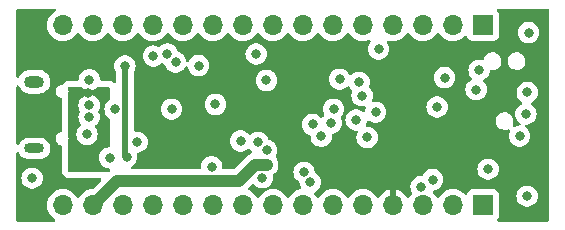
<source format=gbr>
%TF.GenerationSoftware,KiCad,Pcbnew,7.0.5-0*%
%TF.CreationDate,2023-06-05T20:56:04-04:00*%
%TF.ProjectId,mini_arduino_clone,6d696e69-5f61-4726-9475-696e6f5f636c,B*%
%TF.SameCoordinates,Original*%
%TF.FileFunction,Copper,L2,Inr*%
%TF.FilePolarity,Positive*%
%FSLAX46Y46*%
G04 Gerber Fmt 4.6, Leading zero omitted, Abs format (unit mm)*
G04 Created by KiCad (PCBNEW 7.0.5-0) date 2023-06-05 20:56:04*
%MOMM*%
%LPD*%
G01*
G04 APERTURE LIST*
%TA.AperFunction,ComponentPad*%
%ADD10O,1.700000X1.000000*%
%TD*%
%TA.AperFunction,ComponentPad*%
%ADD11O,1.700000X0.850000*%
%TD*%
%TA.AperFunction,ComponentPad*%
%ADD12R,1.700000X1.700000*%
%TD*%
%TA.AperFunction,ComponentPad*%
%ADD13O,1.700000X1.700000*%
%TD*%
%TA.AperFunction,ViaPad*%
%ADD14C,0.800000*%
%TD*%
%TA.AperFunction,Conductor*%
%ADD15C,1.000000*%
%TD*%
%TA.AperFunction,Conductor*%
%ADD16C,0.500000*%
%TD*%
G04 APERTURE END LIST*
D10*
%TO.N,unconnected-(J101-Shield-Pad6)*%
%TO.C,J101*%
X1515000Y11842000D03*
D11*
X1515000Y6192000D03*
%TD*%
D12*
%TO.N,/D5*%
%TO.C,J103*%
X39497000Y16627000D03*
D13*
%TO.N,/D6*%
X36957000Y16627000D03*
%TO.N,/D7*%
X34417000Y16627000D03*
%TO.N,/D8*%
X31877000Y16627000D03*
%TO.N,/D9*%
X29337000Y16627000D03*
%TO.N,/D10*%
X26797000Y16627000D03*
%TO.N,/D11{slash}MOSI*%
X24257000Y16627000D03*
%TO.N,/D12{slash}MISO*%
X21717000Y16627000D03*
%TO.N,/D4*%
X19177000Y16627000D03*
%TO.N,/D3*%
X16637000Y16627000D03*
%TO.N,/D2*%
X14097000Y16627000D03*
%TO.N,GND*%
X11557000Y16627000D03*
%TO.N,/~{RESET}*%
X9017000Y16627000D03*
%TO.N,/D0{slash}RX*%
X6477000Y16627000D03*
%TO.N,/D1{slash}TX*%
X3937000Y16627000D03*
%TD*%
D12*
%TO.N,/D13{slash}SCK*%
%TO.C,J104*%
X39497000Y1387000D03*
D13*
%TO.N,GND*%
X36957000Y1387000D03*
%TO.N,/~{RESET}*%
X34417000Y1387000D03*
%TO.N,+5V*%
X31877000Y1387000D03*
%TO.N,/A7*%
X29337000Y1387000D03*
%TO.N,/A6*%
X26797000Y1387000D03*
%TO.N,/A5{slash}SCL*%
X24257000Y1387000D03*
%TO.N,/A4{slash}~{SDA}*%
X21717000Y1387000D03*
%TO.N,/A3*%
X19177000Y1387000D03*
%TO.N,/A2*%
X16637000Y1387000D03*
%TO.N,/A1*%
X14097000Y1387000D03*
%TO.N,/A0*%
X11557000Y1387000D03*
%TO.N,GND*%
X9017000Y1387000D03*
%TO.N,+3V3*%
X6477000Y1387000D03*
%TO.N,VBUS*%
X3937000Y1387000D03*
%TD*%
D14*
%TO.N,GND*%
X20826150Y3719987D03*
X1324893Y3676487D03*
X7903493Y5403687D03*
X21162293Y11957387D03*
X16539493Y4641687D03*
X35614893Y9707987D03*
X20298693Y14192087D03*
X13135893Y9518487D03*
X29696693Y7118865D03*
X36249893Y12185487D03*
X10214893Y6724487D03*
X43234893Y2152487D03*
X43361893Y15995487D03*
X5973093Y7384887D03*
X35233893Y3549487D03*
X34268693Y2965287D03*
X39170893Y12820487D03*
X6165244Y12007687D03*
X39932893Y4438487D03*
%TO.N,VBUS*%
X6023893Y10915487D03*
X6023893Y5962487D03*
%TO.N,+5V*%
X30661893Y7994487D03*
X1324893Y17138487D03*
X25435125Y14451719D03*
X39297893Y9707987D03*
X18088893Y13836487D03*
X43615893Y4565487D03*
X13770893Y5962487D03*
X13770893Y5200487D03*
%TO.N,/~{RESET}*%
X8359593Y9518487D03*
X15421893Y13201487D03*
X42599893Y7232487D03*
X26666994Y8339403D03*
X11595954Y14010356D03*
%TO.N,+3V3*%
X21173993Y4819487D03*
%TO.N,/USB_UART/VBUS*%
X9325893Y5454487D03*
X9186493Y13176087D03*
%TO.N,/D_P*%
X6150893Y8853100D03*
X13481598Y13490782D03*
%TO.N,/D_N*%
X12790188Y14182192D03*
X6150893Y9830900D03*
%TO.N,/D12{slash}MISO*%
X43139143Y9106237D03*
X27359893Y12058487D03*
%TO.N,/D13{slash}SCK*%
X43248271Y10928865D03*
X30661893Y14598487D03*
%TO.N,/D11{slash}MOSI*%
X29264893Y10661487D03*
X38916893Y11169487D03*
%TO.N,/D2*%
X26851893Y9518487D03*
%TO.N,/D3*%
X28763473Y8606810D03*
%TO.N,/D4*%
X30407893Y9261987D03*
%TO.N,/D10*%
X29010893Y11804487D03*
%TO.N,/A7*%
X25073893Y8219709D03*
%TO.N,/A6*%
X25806813Y7220390D03*
%TO.N,/A1*%
X21173993Y6028513D03*
%TO.N,/A0*%
X20456621Y6724487D03*
%TO.N,/D0{slash}RX*%
X24350993Y4184487D03*
X16844293Y9924887D03*
%TO.N,/D1{slash}TX*%
X18977893Y6826087D03*
X24882710Y3332892D03*
%TD*%
D15*
%TO.N,+3V3*%
X21173993Y4819487D02*
X20216258Y4819487D01*
X20216258Y4819487D02*
X18819258Y3422487D01*
X8512487Y3422487D02*
X6477000Y1387000D01*
X18819258Y3422487D02*
X8512487Y3422487D01*
D16*
%TO.N,/USB_UART/VBUS*%
X9209593Y5570787D02*
X9325893Y5454487D01*
X9186493Y11893087D02*
X9209593Y11869987D01*
X9209593Y11869987D02*
X9209593Y5570787D01*
X9186493Y13176087D02*
X9186493Y11893087D01*
%TD*%
%TA.AperFunction,Conductor*%
%TO.N,+5V*%
G36*
X3266077Y18013815D02*
G01*
X3311832Y17961011D01*
X3321776Y17891853D01*
X3292751Y17828297D01*
X3263564Y17804199D01*
X3263605Y17804140D01*
X3262869Y17803625D01*
X3261037Y17802112D01*
X3259166Y17801032D01*
X3065597Y17665495D01*
X2898505Y17498403D01*
X2762965Y17304831D01*
X2762964Y17304829D01*
X2663098Y17090665D01*
X2663094Y17090656D01*
X2601938Y16862414D01*
X2601936Y16862404D01*
X2581341Y16627001D01*
X2581341Y16627000D01*
X2601936Y16391597D01*
X2601938Y16391587D01*
X2663094Y16163345D01*
X2663096Y16163341D01*
X2663097Y16163337D01*
X2667000Y16154968D01*
X2762965Y15949170D01*
X2762967Y15949166D01*
X2862352Y15807231D01*
X2898505Y15755599D01*
X3065599Y15588505D01*
X3162384Y15520735D01*
X3259165Y15452968D01*
X3259167Y15452967D01*
X3259170Y15452965D01*
X3473337Y15353097D01*
X3701592Y15291937D01*
X3878034Y15276500D01*
X3936999Y15271341D01*
X3937000Y15271341D01*
X3937001Y15271341D01*
X3995966Y15276500D01*
X4172408Y15291937D01*
X4400663Y15353097D01*
X4614830Y15452965D01*
X4808401Y15588505D01*
X4975495Y15755599D01*
X5105424Y15941158D01*
X5160002Y15984783D01*
X5229500Y15991977D01*
X5291855Y15960454D01*
X5308575Y15941158D01*
X5438500Y15755605D01*
X5438505Y15755599D01*
X5605599Y15588505D01*
X5702384Y15520735D01*
X5799165Y15452968D01*
X5799167Y15452967D01*
X5799170Y15452965D01*
X6013337Y15353097D01*
X6241592Y15291937D01*
X6418034Y15276500D01*
X6476999Y15271341D01*
X6477000Y15271341D01*
X6477001Y15271341D01*
X6535966Y15276500D01*
X6712408Y15291937D01*
X6940663Y15353097D01*
X7154830Y15452965D01*
X7348401Y15588505D01*
X7515495Y15755599D01*
X7645424Y15941158D01*
X7700002Y15984783D01*
X7769500Y15991977D01*
X7831855Y15960454D01*
X7848575Y15941158D01*
X7978500Y15755605D01*
X7978505Y15755599D01*
X8145599Y15588505D01*
X8242384Y15520735D01*
X8339165Y15452968D01*
X8339167Y15452967D01*
X8339170Y15452965D01*
X8553337Y15353097D01*
X8781592Y15291937D01*
X8958034Y15276500D01*
X9016999Y15271341D01*
X9017000Y15271341D01*
X9017001Y15271341D01*
X9075966Y15276500D01*
X9252408Y15291937D01*
X9480663Y15353097D01*
X9694830Y15452965D01*
X9888401Y15588505D01*
X10055495Y15755599D01*
X10185424Y15941158D01*
X10240002Y15984783D01*
X10309500Y15991977D01*
X10371855Y15960454D01*
X10388575Y15941158D01*
X10518500Y15755605D01*
X10518505Y15755599D01*
X10685599Y15588505D01*
X10782384Y15520735D01*
X10879165Y15452968D01*
X10879167Y15452967D01*
X10879170Y15452965D01*
X11093337Y15353097D01*
X11321592Y15291937D01*
X11498034Y15276500D01*
X11556999Y15271341D01*
X11557000Y15271341D01*
X11557001Y15271341D01*
X11615966Y15276500D01*
X11792408Y15291937D01*
X12020663Y15353097D01*
X12234830Y15452965D01*
X12428401Y15588505D01*
X12595495Y15755599D01*
X12725424Y15941158D01*
X12780002Y15984783D01*
X12849500Y15991977D01*
X12911855Y15960454D01*
X12928575Y15941158D01*
X13058500Y15755605D01*
X13058505Y15755599D01*
X13225599Y15588505D01*
X13322384Y15520735D01*
X13419165Y15452968D01*
X13419167Y15452967D01*
X13419170Y15452965D01*
X13633337Y15353097D01*
X13861592Y15291937D01*
X14038034Y15276500D01*
X14096999Y15271341D01*
X14097000Y15271341D01*
X14097001Y15271341D01*
X14155966Y15276500D01*
X14332408Y15291937D01*
X14560663Y15353097D01*
X14774830Y15452965D01*
X14968401Y15588505D01*
X15135495Y15755599D01*
X15265424Y15941158D01*
X15320002Y15984783D01*
X15389500Y15991977D01*
X15451855Y15960454D01*
X15468575Y15941158D01*
X15598500Y15755605D01*
X15598505Y15755599D01*
X15765599Y15588505D01*
X15862384Y15520735D01*
X15959165Y15452968D01*
X15959167Y15452967D01*
X15959170Y15452965D01*
X16173337Y15353097D01*
X16401592Y15291937D01*
X16578034Y15276500D01*
X16636999Y15271341D01*
X16637000Y15271341D01*
X16637001Y15271341D01*
X16695966Y15276500D01*
X16872408Y15291937D01*
X17100663Y15353097D01*
X17314830Y15452965D01*
X17508401Y15588505D01*
X17675495Y15755599D01*
X17805424Y15941158D01*
X17860002Y15984783D01*
X17929500Y15991977D01*
X17991855Y15960454D01*
X18008575Y15941158D01*
X18138500Y15755605D01*
X18138505Y15755599D01*
X18305599Y15588505D01*
X18402384Y15520735D01*
X18499165Y15452968D01*
X18499167Y15452967D01*
X18499170Y15452965D01*
X18713337Y15353097D01*
X18941592Y15291937D01*
X19118034Y15276500D01*
X19176999Y15271341D01*
X19177000Y15271341D01*
X19177001Y15271341D01*
X19235966Y15276500D01*
X19412408Y15291937D01*
X19640663Y15353097D01*
X19854830Y15452965D01*
X20048401Y15588505D01*
X20215495Y15755599D01*
X20345424Y15941158D01*
X20400002Y15984783D01*
X20469500Y15991977D01*
X20531855Y15960454D01*
X20548575Y15941158D01*
X20678500Y15755605D01*
X20678505Y15755599D01*
X20845599Y15588505D01*
X20942384Y15520736D01*
X21039165Y15452968D01*
X21039167Y15452967D01*
X21039170Y15452965D01*
X21253337Y15353097D01*
X21481592Y15291937D01*
X21658034Y15276500D01*
X21716999Y15271341D01*
X21717000Y15271341D01*
X21717001Y15271341D01*
X21775966Y15276500D01*
X21952408Y15291937D01*
X22180663Y15353097D01*
X22394830Y15452965D01*
X22588401Y15588505D01*
X22755495Y15755599D01*
X22885424Y15941158D01*
X22940002Y15984783D01*
X23009500Y15991977D01*
X23071855Y15960454D01*
X23088575Y15941158D01*
X23218500Y15755605D01*
X23218505Y15755599D01*
X23385599Y15588505D01*
X23482384Y15520736D01*
X23579165Y15452968D01*
X23579167Y15452967D01*
X23579170Y15452965D01*
X23793337Y15353097D01*
X24021592Y15291937D01*
X24198034Y15276500D01*
X24256999Y15271341D01*
X24257000Y15271341D01*
X24257001Y15271341D01*
X24315966Y15276500D01*
X24492408Y15291937D01*
X24720663Y15353097D01*
X24934830Y15452965D01*
X25128401Y15588505D01*
X25295495Y15755599D01*
X25425424Y15941158D01*
X25480002Y15984783D01*
X25549500Y15991977D01*
X25611855Y15960454D01*
X25628575Y15941158D01*
X25758500Y15755605D01*
X25758505Y15755599D01*
X25925599Y15588505D01*
X26022384Y15520736D01*
X26119165Y15452968D01*
X26119167Y15452967D01*
X26119170Y15452965D01*
X26333337Y15353097D01*
X26561592Y15291937D01*
X26738034Y15276500D01*
X26796999Y15271341D01*
X26797000Y15271341D01*
X26797001Y15271341D01*
X26855966Y15276500D01*
X27032408Y15291937D01*
X27260663Y15353097D01*
X27474830Y15452965D01*
X27668401Y15588505D01*
X27835495Y15755599D01*
X27965424Y15941158D01*
X28020002Y15984783D01*
X28089500Y15991977D01*
X28151855Y15960454D01*
X28168575Y15941158D01*
X28298500Y15755605D01*
X28298505Y15755599D01*
X28465599Y15588505D01*
X28562384Y15520736D01*
X28659165Y15452968D01*
X28659167Y15452967D01*
X28659170Y15452965D01*
X28873337Y15353097D01*
X29101592Y15291937D01*
X29278034Y15276500D01*
X29336999Y15271341D01*
X29337000Y15271341D01*
X29337001Y15271341D01*
X29395966Y15276500D01*
X29572408Y15291937D01*
X29800663Y15353097D01*
X29815294Y15359920D01*
X29884372Y15370413D01*
X29948156Y15341894D01*
X29986397Y15283418D01*
X29986952Y15213551D01*
X29959851Y15164567D01*
X29929359Y15130703D01*
X29834714Y14966772D01*
X29834711Y14966765D01*
X29778741Y14794505D01*
X29776219Y14786743D01*
X29756433Y14598487D01*
X29776219Y14410231D01*
X29776220Y14410228D01*
X29834711Y14230210D01*
X29834714Y14230203D01*
X29929360Y14066271D01*
X30056022Y13925600D01*
X30056022Y13925599D01*
X30209158Y13814339D01*
X30209163Y13814336D01*
X30382085Y13737345D01*
X30382090Y13737343D01*
X30567247Y13697987D01*
X30567248Y13697987D01*
X30756537Y13697987D01*
X30756539Y13697987D01*
X30941696Y13737343D01*
X31114623Y13814336D01*
X31267764Y13925599D01*
X31394426Y14066271D01*
X31489072Y14230203D01*
X31547567Y14410231D01*
X31567353Y14598487D01*
X31547567Y14786743D01*
X31489072Y14966771D01*
X31394426Y15130703D01*
X31391177Y15136331D01*
X31392465Y15137075D01*
X31371559Y15195661D01*
X31387381Y15263716D01*
X31437484Y15312413D01*
X31505962Y15326292D01*
X31527449Y15322521D01*
X31559496Y15313935D01*
X31641592Y15291937D01*
X31818034Y15276500D01*
X31876999Y15271341D01*
X31877000Y15271341D01*
X31877001Y15271341D01*
X31935966Y15276500D01*
X32112408Y15291937D01*
X32340663Y15353097D01*
X32554830Y15452965D01*
X32748401Y15588505D01*
X32915495Y15755599D01*
X33045424Y15941158D01*
X33100002Y15984783D01*
X33169500Y15991977D01*
X33231855Y15960454D01*
X33248575Y15941158D01*
X33378500Y15755605D01*
X33378505Y15755599D01*
X33545599Y15588505D01*
X33642384Y15520736D01*
X33739165Y15452968D01*
X33739167Y15452967D01*
X33739170Y15452965D01*
X33953337Y15353097D01*
X34181592Y15291937D01*
X34358034Y15276500D01*
X34416999Y15271341D01*
X34417000Y15271341D01*
X34417001Y15271341D01*
X34475966Y15276500D01*
X34652408Y15291937D01*
X34880663Y15353097D01*
X35094830Y15452965D01*
X35288401Y15588505D01*
X35455495Y15755599D01*
X35585424Y15941158D01*
X35640002Y15984783D01*
X35709500Y15991977D01*
X35771855Y15960454D01*
X35788575Y15941158D01*
X35918500Y15755605D01*
X35918505Y15755599D01*
X36085599Y15588505D01*
X36182384Y15520736D01*
X36279165Y15452968D01*
X36279167Y15452967D01*
X36279170Y15452965D01*
X36493337Y15353097D01*
X36721592Y15291937D01*
X36898034Y15276500D01*
X36956999Y15271341D01*
X36957000Y15271341D01*
X36957001Y15271341D01*
X37015966Y15276500D01*
X37192408Y15291937D01*
X37420663Y15353097D01*
X37634830Y15452965D01*
X37828401Y15588505D01*
X37950329Y15710434D01*
X38011648Y15743916D01*
X38081340Y15738932D01*
X38137274Y15697061D01*
X38154189Y15666083D01*
X38203202Y15534672D01*
X38203206Y15534665D01*
X38289452Y15419456D01*
X38289455Y15419453D01*
X38404664Y15333207D01*
X38404671Y15333203D01*
X38539517Y15282909D01*
X38539516Y15282909D01*
X38546444Y15282165D01*
X38599127Y15276500D01*
X40394872Y15276501D01*
X40454483Y15282909D01*
X40589331Y15333204D01*
X40704546Y15419454D01*
X40790796Y15534669D01*
X40841091Y15669517D01*
X40847500Y15729127D01*
X40847500Y15995487D01*
X42456433Y15995487D01*
X42476219Y15807231D01*
X42476220Y15807228D01*
X42534711Y15627210D01*
X42534714Y15627203D01*
X42629360Y15463271D01*
X42746473Y15333204D01*
X42756022Y15322599D01*
X42909158Y15211339D01*
X42909163Y15211336D01*
X43082085Y15134345D01*
X43082090Y15134343D01*
X43267247Y15094987D01*
X43267248Y15094987D01*
X43456537Y15094987D01*
X43456539Y15094987D01*
X43641696Y15134343D01*
X43814623Y15211336D01*
X43967764Y15322599D01*
X44094426Y15463271D01*
X44189072Y15627203D01*
X44247567Y15807231D01*
X44267353Y15995487D01*
X44247567Y16183743D01*
X44189072Y16363771D01*
X44094426Y16527703D01*
X43967764Y16668375D01*
X43967763Y16668376D01*
X43814627Y16779636D01*
X43814622Y16779639D01*
X43641700Y16856630D01*
X43641695Y16856632D01*
X43495894Y16887622D01*
X43456539Y16895987D01*
X43267247Y16895987D01*
X43234790Y16889089D01*
X43082090Y16856632D01*
X43082085Y16856630D01*
X42909163Y16779639D01*
X42909158Y16779636D01*
X42756022Y16668376D01*
X42629359Y16527702D01*
X42534714Y16363772D01*
X42534711Y16363765D01*
X42476220Y16183747D01*
X42476219Y16183743D01*
X42456433Y15995487D01*
X40847500Y15995487D01*
X40847499Y17524872D01*
X40841091Y17584483D01*
X40839810Y17587917D01*
X40790797Y17719329D01*
X40790793Y17719336D01*
X40704065Y17835189D01*
X40679647Y17900653D01*
X40694498Y17968926D01*
X40743903Y18018332D01*
X40803331Y18033500D01*
X44960500Y18033500D01*
X45027539Y18013815D01*
X45073294Y17961011D01*
X45084500Y17909500D01*
X45084500Y124500D01*
X45064815Y57461D01*
X45012011Y11706D01*
X44960500Y500D01*
X40818303Y500D01*
X40751264Y20185D01*
X40705509Y72989D01*
X40695565Y142147D01*
X40719037Y198811D01*
X40790793Y294665D01*
X40790792Y294665D01*
X40790796Y294669D01*
X40841091Y429517D01*
X40847500Y489127D01*
X40847499Y2152487D01*
X42329433Y2152487D01*
X42349219Y1964231D01*
X42349220Y1964228D01*
X42407711Y1784210D01*
X42407714Y1784203D01*
X42502360Y1620271D01*
X42523454Y1596844D01*
X42629022Y1479599D01*
X42782158Y1368339D01*
X42782163Y1368336D01*
X42955085Y1291345D01*
X42955090Y1291343D01*
X43140247Y1251987D01*
X43140248Y1251987D01*
X43329537Y1251987D01*
X43329539Y1251987D01*
X43514696Y1291343D01*
X43687623Y1368336D01*
X43840764Y1479599D01*
X43967426Y1620271D01*
X44062072Y1784203D01*
X44120567Y1964231D01*
X44140353Y2152487D01*
X44120567Y2340743D01*
X44062072Y2520771D01*
X43967426Y2684703D01*
X43840764Y2825375D01*
X43828228Y2834483D01*
X43687627Y2936636D01*
X43687622Y2936639D01*
X43514700Y3013630D01*
X43514695Y3013632D01*
X43357240Y3047099D01*
X43329539Y3052987D01*
X43140247Y3052987D01*
X43112546Y3047099D01*
X42955090Y3013632D01*
X42955085Y3013630D01*
X42782163Y2936639D01*
X42782158Y2936636D01*
X42629022Y2825376D01*
X42502359Y2684702D01*
X42407714Y2520772D01*
X42407711Y2520765D01*
X42350434Y2344483D01*
X42349219Y2340743D01*
X42329433Y2152487D01*
X40847499Y2152487D01*
X40847499Y2284872D01*
X40841091Y2344483D01*
X40839810Y2347917D01*
X40790797Y2479329D01*
X40790793Y2479336D01*
X40704547Y2594545D01*
X40704544Y2594548D01*
X40589335Y2680794D01*
X40589328Y2680798D01*
X40454482Y2731092D01*
X40454483Y2731092D01*
X40394883Y2737499D01*
X40394881Y2737500D01*
X40394873Y2737500D01*
X40394864Y2737500D01*
X38599129Y2737500D01*
X38599123Y2737499D01*
X38539516Y2731092D01*
X38404671Y2680798D01*
X38404664Y2680794D01*
X38289455Y2594548D01*
X38289452Y2594545D01*
X38203206Y2479336D01*
X38203203Y2479331D01*
X38154189Y2347917D01*
X38112317Y2291984D01*
X38046853Y2267567D01*
X37978580Y2282419D01*
X37950326Y2303570D01*
X37828402Y2425494D01*
X37828395Y2425499D01*
X37634834Y2561033D01*
X37634830Y2561035D01*
X37619289Y2568282D01*
X37420663Y2660903D01*
X37420659Y2660904D01*
X37420655Y2660906D01*
X37192413Y2722062D01*
X37192403Y2722064D01*
X36957001Y2742659D01*
X36956999Y2742659D01*
X36721596Y2722064D01*
X36721586Y2722062D01*
X36493344Y2660906D01*
X36493335Y2660902D01*
X36279171Y2561036D01*
X36279169Y2561035D01*
X36085597Y2425495D01*
X35918508Y2258406D01*
X35788574Y2072840D01*
X35733997Y2029216D01*
X35664498Y2022023D01*
X35602144Y2053545D01*
X35585429Y2072836D01*
X35455495Y2258401D01*
X35455493Y2258404D01*
X35288402Y2425494D01*
X35288398Y2425497D01*
X35286503Y2426824D01*
X35285863Y2427625D01*
X35284249Y2428979D01*
X35284521Y2429304D01*
X35242877Y2481401D01*
X35235683Y2550899D01*
X35267205Y2613254D01*
X35327434Y2648669D01*
X35331829Y2649687D01*
X35513696Y2688343D01*
X35686623Y2765336D01*
X35839764Y2876599D01*
X35966426Y3017271D01*
X36061072Y3181203D01*
X36119567Y3361231D01*
X36139353Y3549487D01*
X36119567Y3737743D01*
X36061072Y3917771D01*
X35966426Y4081703D01*
X35839764Y4222375D01*
X35839763Y4222376D01*
X35686627Y4333636D01*
X35686622Y4333639D01*
X35513700Y4410630D01*
X35513695Y4410632D01*
X35382643Y4438487D01*
X39027433Y4438487D01*
X39047219Y4250231D01*
X39047220Y4250228D01*
X39105711Y4070210D01*
X39105714Y4070203D01*
X39200360Y3906271D01*
X39327022Y3765600D01*
X39327022Y3765599D01*
X39480158Y3654339D01*
X39480163Y3654336D01*
X39653085Y3577345D01*
X39653090Y3577343D01*
X39838247Y3537987D01*
X39838248Y3537987D01*
X40027537Y3537987D01*
X40027539Y3537987D01*
X40212696Y3577343D01*
X40385623Y3654336D01*
X40538764Y3765599D01*
X40665426Y3906271D01*
X40760072Y4070203D01*
X40818567Y4250231D01*
X40838353Y4438487D01*
X40818567Y4626743D01*
X40760072Y4806771D01*
X40665426Y4970703D01*
X40538764Y5111375D01*
X40452703Y5173902D01*
X40385627Y5222636D01*
X40385622Y5222639D01*
X40212700Y5299630D01*
X40212695Y5299632D01*
X40066893Y5330622D01*
X40027539Y5338987D01*
X39838247Y5338987D01*
X39805790Y5332089D01*
X39653090Y5299632D01*
X39653085Y5299630D01*
X39480163Y5222639D01*
X39480158Y5222636D01*
X39327022Y5111376D01*
X39200359Y4970702D01*
X39105714Y4806772D01*
X39105711Y4806765D01*
X39050262Y4636108D01*
X39047219Y4626743D01*
X39037853Y4537631D01*
X39027613Y4440195D01*
X39027433Y4438487D01*
X35382643Y4438487D01*
X35362954Y4442672D01*
X35328539Y4449987D01*
X35139247Y4449987D01*
X35106790Y4443089D01*
X34954090Y4410632D01*
X34954085Y4410630D01*
X34781163Y4333639D01*
X34781158Y4333636D01*
X34628022Y4222376D01*
X34501359Y4081702D01*
X34412497Y3927787D01*
X34361930Y3879572D01*
X34305110Y3865787D01*
X34174047Y3865787D01*
X34149277Y3860522D01*
X33988890Y3826432D01*
X33988885Y3826430D01*
X33815963Y3749439D01*
X33815958Y3749436D01*
X33662822Y3638176D01*
X33536159Y3497502D01*
X33441514Y3333572D01*
X33441511Y3333565D01*
X33383020Y3153547D01*
X33383019Y3153543D01*
X33363233Y2965287D01*
X33383019Y2777031D01*
X33383020Y2777028D01*
X33441511Y2597010D01*
X33441514Y2597003D01*
X33485526Y2520771D01*
X33494813Y2504687D01*
X33511286Y2436787D01*
X33488433Y2370760D01*
X33475108Y2355007D01*
X33378508Y2258406D01*
X33248269Y2072405D01*
X33193692Y2028781D01*
X33124193Y2021588D01*
X33061839Y2053110D01*
X33045119Y2072406D01*
X32915113Y2258074D01*
X32915108Y2258080D01*
X32748082Y2425106D01*
X32554578Y2560601D01*
X32340492Y2660430D01*
X32340486Y2660433D01*
X32127000Y2717636D01*
X32127000Y1822502D01*
X32019315Y1871680D01*
X31912763Y1887000D01*
X31841237Y1887000D01*
X31734685Y1871680D01*
X31626999Y1822502D01*
X31627000Y2717636D01*
X31626999Y2717636D01*
X31413513Y2660433D01*
X31413507Y2660430D01*
X31199422Y2560601D01*
X31199420Y2560600D01*
X31005926Y2425114D01*
X31005920Y2425109D01*
X30838891Y2258080D01*
X30838890Y2258078D01*
X30708880Y2072405D01*
X30654303Y2028781D01*
X30584804Y2021588D01*
X30522450Y2053110D01*
X30505730Y2072406D01*
X30375494Y2258403D01*
X30208402Y2425494D01*
X30208395Y2425499D01*
X30014834Y2561033D01*
X30014830Y2561035D01*
X29999289Y2568282D01*
X29800663Y2660903D01*
X29800659Y2660904D01*
X29800655Y2660906D01*
X29572413Y2722062D01*
X29572403Y2722064D01*
X29337001Y2742659D01*
X29336999Y2742659D01*
X29101596Y2722064D01*
X29101586Y2722062D01*
X28873344Y2660906D01*
X28873335Y2660902D01*
X28659171Y2561036D01*
X28659169Y2561035D01*
X28465597Y2425495D01*
X28298505Y2258403D01*
X28168575Y2072842D01*
X28113998Y2029217D01*
X28044500Y2022023D01*
X27982145Y2053546D01*
X27965425Y2072842D01*
X27835494Y2258403D01*
X27668402Y2425494D01*
X27668395Y2425499D01*
X27474834Y2561033D01*
X27474830Y2561035D01*
X27459289Y2568282D01*
X27260663Y2660903D01*
X27260659Y2660904D01*
X27260655Y2660906D01*
X27032413Y2722062D01*
X27032403Y2722064D01*
X26797001Y2742659D01*
X26796999Y2742659D01*
X26561596Y2722064D01*
X26561586Y2722062D01*
X26333344Y2660906D01*
X26333335Y2660902D01*
X26119171Y2561036D01*
X26119169Y2561035D01*
X25925597Y2425495D01*
X25758508Y2258406D01*
X25628574Y2072840D01*
X25573997Y2029216D01*
X25504498Y2022023D01*
X25442144Y2053545D01*
X25425429Y2072836D01*
X25295495Y2258401D01*
X25234480Y2319416D01*
X25200997Y2380736D01*
X25205981Y2450428D01*
X25247852Y2506362D01*
X25271727Y2520374D01*
X25335440Y2548741D01*
X25488581Y2660004D01*
X25615243Y2800676D01*
X25709889Y2964608D01*
X25768384Y3144636D01*
X25788170Y3332892D01*
X25768384Y3521148D01*
X25709889Y3701176D01*
X25615243Y3865108D01*
X25488581Y4005780D01*
X25434914Y4044771D01*
X25335443Y4117041D01*
X25335442Y4117042D01*
X25335440Y4117043D01*
X25325410Y4121509D01*
X25272175Y4166760D01*
X25252528Y4221824D01*
X25236667Y4372743D01*
X25178172Y4552771D01*
X25083526Y4716703D01*
X24956864Y4857375D01*
X24938901Y4870426D01*
X24803727Y4968636D01*
X24803722Y4968639D01*
X24630800Y5045630D01*
X24630795Y5045632D01*
X24484993Y5076622D01*
X24445639Y5084987D01*
X24256347Y5084987D01*
X24223890Y5078089D01*
X24071190Y5045632D01*
X24071185Y5045630D01*
X23898263Y4968639D01*
X23898258Y4968636D01*
X23745122Y4857376D01*
X23618459Y4716702D01*
X23523814Y4552772D01*
X23523811Y4552765D01*
X23477629Y4410630D01*
X23465319Y4372743D01*
X23445533Y4184487D01*
X23465319Y3996231D01*
X23465320Y3996228D01*
X23523811Y3816210D01*
X23523814Y3816203D01*
X23618460Y3652271D01*
X23721362Y3537987D01*
X23745122Y3511599D01*
X23898258Y3400339D01*
X23898260Y3400338D01*
X23898263Y3400336D01*
X23908290Y3395872D01*
X23961526Y3350621D01*
X23981174Y3295555D01*
X23997036Y3144636D01*
X23997037Y3144633D01*
X24055528Y2964615D01*
X24055531Y2964608D01*
X24072142Y2935836D01*
X24091456Y2902384D01*
X24107929Y2834483D01*
X24085076Y2768457D01*
X24030155Y2725266D01*
X24016162Y2720609D01*
X23793344Y2660906D01*
X23793335Y2660902D01*
X23579171Y2561036D01*
X23579169Y2561035D01*
X23385597Y2425495D01*
X23218505Y2258403D01*
X23088575Y2072842D01*
X23033998Y2029217D01*
X22964500Y2022023D01*
X22902145Y2053546D01*
X22885425Y2072842D01*
X22755494Y2258403D01*
X22588402Y2425494D01*
X22588395Y2425499D01*
X22394834Y2561033D01*
X22394830Y2561035D01*
X22379289Y2568282D01*
X22180663Y2660903D01*
X22180659Y2660904D01*
X22180655Y2660906D01*
X21952413Y2722062D01*
X21952403Y2722064D01*
X21717001Y2742659D01*
X21716999Y2742659D01*
X21481596Y2722064D01*
X21481586Y2722062D01*
X21288527Y2670333D01*
X21223770Y2671875D01*
X21176989Y2625537D01*
X21170486Y2622269D01*
X21039171Y2561036D01*
X21039169Y2561035D01*
X20845597Y2425495D01*
X20678508Y2258406D01*
X20548574Y2072840D01*
X20493997Y2029216D01*
X20424498Y2022023D01*
X20362144Y2053545D01*
X20345429Y2072836D01*
X20215495Y2258401D01*
X20215493Y2258404D01*
X20048402Y2425494D01*
X20048395Y2425499D01*
X19854834Y2561033D01*
X19854830Y2561035D01*
X19839289Y2568282D01*
X19686537Y2639512D01*
X19634100Y2685682D01*
X19614948Y2752876D01*
X19635164Y2819757D01*
X19651258Y2839568D01*
X19956612Y3144922D01*
X20017933Y3178405D01*
X20087625Y3173421D01*
X20136439Y3140213D01*
X20214977Y3052987D01*
X20220279Y3047099D01*
X20373415Y2935839D01*
X20373420Y2935836D01*
X20546342Y2858845D01*
X20546347Y2858843D01*
X20731504Y2819487D01*
X20731505Y2819487D01*
X20920794Y2819487D01*
X20920796Y2819487D01*
X21092300Y2855941D01*
X21151390Y2851433D01*
X21191897Y2895990D01*
X21205985Y2903381D01*
X21278880Y2935836D01*
X21432021Y3047099D01*
X21558683Y3187771D01*
X21653329Y3351703D01*
X21711824Y3531731D01*
X21731610Y3719987D01*
X21713381Y3893421D01*
X21725950Y3962145D01*
X21755930Y4000462D01*
X21902888Y4126621D01*
X22027441Y4287529D01*
X22117053Y4470216D01*
X22168056Y4667202D01*
X22178362Y4870423D01*
X22147549Y5071558D01*
X22091596Y5222636D01*
X22076881Y5262369D01*
X22076880Y5262370D01*
X22076879Y5262374D01*
X21969245Y5435058D01*
X21969243Y5435060D01*
X21965397Y5440029D01*
X21967255Y5441468D01*
X21940158Y5494232D01*
X21946909Y5563775D01*
X21954562Y5579501D01*
X22001172Y5660229D01*
X22059667Y5840257D01*
X22079453Y6028513D01*
X22059667Y6216769D01*
X22001172Y6396797D01*
X21906526Y6560729D01*
X21779864Y6701401D01*
X21748089Y6724487D01*
X21626727Y6812662D01*
X21626722Y6812665D01*
X21453800Y6889656D01*
X21453796Y6889657D01*
X21412106Y6898519D01*
X21350624Y6931712D01*
X21319957Y6981491D01*
X21300250Y7042144D01*
X21283800Y7092771D01*
X21189154Y7256703D01*
X21062492Y7397375D01*
X21030329Y7420743D01*
X20909355Y7508636D01*
X20909350Y7508639D01*
X20736428Y7585630D01*
X20736423Y7585632D01*
X20590621Y7616622D01*
X20551267Y7624987D01*
X20361975Y7624987D01*
X20329518Y7618089D01*
X20176818Y7585632D01*
X20176813Y7585630D01*
X20003891Y7508639D01*
X20003886Y7508636D01*
X19850746Y7397374D01*
X19845967Y7393070D01*
X19782974Y7362845D01*
X19713639Y7371475D01*
X19670852Y7402254D01*
X19654204Y7420743D01*
X19583764Y7498975D01*
X19554399Y7520310D01*
X19430627Y7610236D01*
X19430622Y7610239D01*
X19257700Y7687230D01*
X19257695Y7687232D01*
X19111894Y7718222D01*
X19072539Y7726587D01*
X18883247Y7726587D01*
X18850790Y7719689D01*
X18698090Y7687232D01*
X18698085Y7687230D01*
X18525163Y7610239D01*
X18525158Y7610236D01*
X18372022Y7498976D01*
X18245359Y7358302D01*
X18150714Y7194372D01*
X18150711Y7194365D01*
X18092220Y7014347D01*
X18092219Y7014343D01*
X18072433Y6826087D01*
X18092219Y6637831D01*
X18092220Y6637828D01*
X18150711Y6457810D01*
X18150714Y6457803D01*
X18245360Y6293871D01*
X18340932Y6187728D01*
X18372022Y6153199D01*
X18525158Y6041939D01*
X18525163Y6041936D01*
X18698085Y5964945D01*
X18698090Y5964943D01*
X18883247Y5925587D01*
X18883248Y5925587D01*
X19072537Y5925587D01*
X19072539Y5925587D01*
X19257696Y5964943D01*
X19430623Y6041936D01*
X19583764Y6153199D01*
X19583768Y6153204D01*
X19588536Y6157496D01*
X19651527Y6187728D01*
X19720862Y6179105D01*
X19763661Y6148321D01*
X19850750Y6051599D01*
X19936021Y5989646D01*
X19978687Y5934316D01*
X19984666Y5864703D01*
X19952060Y5802908D01*
X19909131Y5774174D01*
X19882640Y5763593D01*
X19878203Y5762013D01*
X19819672Y5743647D01*
X19819668Y5743645D01*
X19789636Y5726977D01*
X19782542Y5723608D01*
X19750640Y5710864D01*
X19750635Y5710862D01*
X19699414Y5677106D01*
X19695386Y5674665D01*
X19641759Y5644899D01*
X19615692Y5622522D01*
X19609423Y5617795D01*
X19580742Y5598892D01*
X19580736Y5598887D01*
X19537367Y5555519D01*
X19533913Y5552318D01*
X19487362Y5512353D01*
X19466333Y5485187D01*
X19461142Y5479294D01*
X18441157Y4459306D01*
X18379834Y4425821D01*
X18353476Y4422987D01*
X17559683Y4422987D01*
X17492644Y4442672D01*
X17446889Y4495476D01*
X17436362Y4559948D01*
X17444953Y4641687D01*
X17425167Y4829943D01*
X17366672Y5009971D01*
X17272026Y5173903D01*
X17145364Y5314575D01*
X17107815Y5341856D01*
X16992227Y5425836D01*
X16992222Y5425839D01*
X16819300Y5502830D01*
X16819295Y5502832D01*
X16673494Y5533822D01*
X16634139Y5542187D01*
X16444847Y5542187D01*
X16412390Y5535289D01*
X16259690Y5502832D01*
X16259685Y5502830D01*
X16086763Y5425839D01*
X16086758Y5425836D01*
X15933622Y5314576D01*
X15806959Y5173902D01*
X15712314Y5009972D01*
X15712311Y5009965D01*
X15662732Y4857375D01*
X15653819Y4829943D01*
X15641917Y4716702D01*
X15634033Y4641687D01*
X15642624Y4559948D01*
X15630054Y4491218D01*
X15582322Y4440195D01*
X15519303Y4422987D01*
X9806442Y4422987D01*
X9739403Y4442672D01*
X9693648Y4495476D01*
X9683704Y4564634D01*
X9712729Y4628190D01*
X9756003Y4660266D01*
X9778623Y4670336D01*
X9931764Y4781599D01*
X10058426Y4922271D01*
X10153072Y5086203D01*
X10211567Y5266231D01*
X10231353Y5454487D01*
X10211567Y5642743D01*
X10208928Y5650863D01*
X10205176Y5662414D01*
X10203181Y5732255D01*
X10239262Y5792087D01*
X10301963Y5822915D01*
X10309268Y5823930D01*
X10309536Y5823987D01*
X10309539Y5823987D01*
X10494696Y5863343D01*
X10667623Y5940336D01*
X10820764Y6051599D01*
X10947426Y6192271D01*
X11042072Y6356203D01*
X11100567Y6536231D01*
X11120353Y6724487D01*
X11100567Y6912743D01*
X11042072Y7092771D01*
X10947426Y7256703D01*
X10820764Y7397375D01*
X10788601Y7420743D01*
X10667627Y7508636D01*
X10667622Y7508639D01*
X10494700Y7585630D01*
X10494695Y7585632D01*
X10348893Y7616622D01*
X10309539Y7624987D01*
X10120247Y7624987D01*
X10114045Y7623669D01*
X10109867Y7622781D01*
X10040200Y7628102D01*
X9984469Y7670242D01*
X9960368Y7735823D01*
X9960093Y7744073D01*
X9960093Y8219709D01*
X24168433Y8219709D01*
X24188219Y8031453D01*
X24188220Y8031450D01*
X24246711Y7851432D01*
X24246714Y7851425D01*
X24341360Y7687493D01*
X24451957Y7564663D01*
X24468022Y7546821D01*
X24621158Y7435561D01*
X24621163Y7435558D01*
X24794084Y7358567D01*
X24794086Y7358567D01*
X24794090Y7358565D01*
X24804004Y7356458D01*
X24865484Y7323267D01*
X24899262Y7262105D01*
X24901276Y7226888D01*
X24901353Y7226888D01*
X24901353Y7225550D01*
X24901544Y7222210D01*
X24901353Y7220390D01*
X24921139Y7032134D01*
X24921140Y7032131D01*
X24979631Y6852113D01*
X24979634Y6852106D01*
X25074280Y6688174D01*
X25119612Y6637828D01*
X25200942Y6547502D01*
X25354078Y6436242D01*
X25354083Y6436239D01*
X25527005Y6359248D01*
X25527010Y6359246D01*
X25712167Y6319890D01*
X25712168Y6319890D01*
X25901457Y6319890D01*
X25901459Y6319890D01*
X26086616Y6359246D01*
X26259543Y6436239D01*
X26412684Y6547502D01*
X26539346Y6688174D01*
X26633992Y6852106D01*
X26692487Y7032134D01*
X26712273Y7220390D01*
X26702557Y7312829D01*
X26715126Y7381556D01*
X26762858Y7432580D01*
X26800089Y7447076D01*
X26946797Y7478259D01*
X26946801Y7478261D01*
X26946802Y7478261D01*
X27015024Y7508636D01*
X27119724Y7555252D01*
X27272865Y7666515D01*
X27399527Y7807187D01*
X27494173Y7971119D01*
X27552668Y8151147D01*
X27572454Y8339403D01*
X27552668Y8527659D01*
X27494173Y8707687D01*
X27476477Y8738336D01*
X27460005Y8806235D01*
X27482858Y8872262D01*
X27491704Y8883294D01*
X27584426Y8986271D01*
X27679072Y9150203D01*
X27737567Y9330231D01*
X27757353Y9518487D01*
X27737567Y9706743D01*
X27679072Y9886771D01*
X27584426Y10050703D01*
X27457764Y10191375D01*
X27457763Y10191376D01*
X27304627Y10302636D01*
X27304622Y10302639D01*
X27131700Y10379630D01*
X27131695Y10379632D01*
X26985893Y10410622D01*
X26946539Y10418987D01*
X26757247Y10418987D01*
X26724790Y10412089D01*
X26572090Y10379632D01*
X26572085Y10379630D01*
X26399163Y10302639D01*
X26399158Y10302636D01*
X26246022Y10191376D01*
X26119359Y10050702D01*
X26024714Y9886772D01*
X26024711Y9886765D01*
X25987167Y9771215D01*
X25966219Y9706743D01*
X25946433Y9518487D01*
X25966219Y9330231D01*
X25966220Y9330228D01*
X26024711Y9150210D01*
X26024714Y9150203D01*
X26042408Y9119556D01*
X26058881Y9051657D01*
X26036029Y8985630D01*
X26027171Y8974585D01*
X25934461Y8871620D01*
X25927666Y8859850D01*
X25877097Y8811636D01*
X25808490Y8798415D01*
X25743626Y8824384D01*
X25728130Y8838881D01*
X25709249Y8859850D01*
X25679764Y8892597D01*
X25644826Y8917981D01*
X25526627Y9003858D01*
X25526622Y9003861D01*
X25353700Y9080852D01*
X25353695Y9080854D01*
X25171606Y9119557D01*
X25168539Y9120209D01*
X24979247Y9120209D01*
X24976180Y9119557D01*
X24794090Y9080854D01*
X24794085Y9080852D01*
X24621163Y9003861D01*
X24621158Y9003858D01*
X24468022Y8892598D01*
X24341359Y8751924D01*
X24246714Y8587994D01*
X24246711Y8587987D01*
X24188220Y8407969D01*
X24188219Y8407965D01*
X24168433Y8219709D01*
X9960093Y8219709D01*
X9960093Y9518487D01*
X12230433Y9518487D01*
X12250219Y9330231D01*
X12250220Y9330228D01*
X12308711Y9150210D01*
X12308714Y9150203D01*
X12403360Y8986271D01*
X12517190Y8859850D01*
X12530022Y8845599D01*
X12683158Y8734339D01*
X12683163Y8734336D01*
X12856085Y8657345D01*
X12856090Y8657343D01*
X13041247Y8617987D01*
X13041248Y8617987D01*
X13230537Y8617987D01*
X13230539Y8617987D01*
X13415696Y8657343D01*
X13588623Y8734336D01*
X13741764Y8845599D01*
X13868426Y8986271D01*
X13963072Y9150203D01*
X14021567Y9330231D01*
X14041353Y9518487D01*
X14021567Y9706743D01*
X13963072Y9886771D01*
X13941066Y9924887D01*
X15938833Y9924887D01*
X15958619Y9736631D01*
X15958620Y9736628D01*
X16017111Y9556610D01*
X16017114Y9556603D01*
X16111760Y9392671D01*
X16197358Y9297605D01*
X16238422Y9251999D01*
X16391558Y9140739D01*
X16391563Y9140736D01*
X16564485Y9063745D01*
X16564490Y9063743D01*
X16749647Y9024387D01*
X16749648Y9024387D01*
X16938937Y9024387D01*
X16938939Y9024387D01*
X17124096Y9063743D01*
X17297023Y9140736D01*
X17450164Y9251999D01*
X17576826Y9392671D01*
X17671472Y9556603D01*
X17729967Y9736631D01*
X17749753Y9924887D01*
X17729967Y10113143D01*
X17671472Y10293171D01*
X17576826Y10457103D01*
X17450164Y10597775D01*
X17450163Y10597776D01*
X17297027Y10709036D01*
X17297022Y10709039D01*
X17124100Y10786030D01*
X17124095Y10786032D01*
X16978293Y10817022D01*
X16938939Y10825387D01*
X16749647Y10825387D01*
X16717190Y10818489D01*
X16564490Y10786032D01*
X16564485Y10786030D01*
X16391563Y10709039D01*
X16391558Y10709036D01*
X16238422Y10597776D01*
X16111759Y10457102D01*
X16017114Y10293172D01*
X16017111Y10293165D01*
X15961864Y10123131D01*
X15958619Y10113143D01*
X15938833Y9924887D01*
X13941066Y9924887D01*
X13868426Y10050703D01*
X13741764Y10191375D01*
X13741763Y10191376D01*
X13588627Y10302636D01*
X13588622Y10302639D01*
X13415700Y10379630D01*
X13415695Y10379632D01*
X13269894Y10410622D01*
X13230539Y10418987D01*
X13041247Y10418987D01*
X13008790Y10412089D01*
X12856090Y10379632D01*
X12856085Y10379630D01*
X12683163Y10302639D01*
X12683158Y10302636D01*
X12530022Y10191376D01*
X12403359Y10050702D01*
X12308714Y9886772D01*
X12308711Y9886765D01*
X12271167Y9771215D01*
X12250219Y9706743D01*
X12230433Y9518487D01*
X9960093Y9518487D01*
X9960093Y11806282D01*
X9961402Y11824252D01*
X9962151Y11829365D01*
X9964882Y11848010D01*
X9964762Y11849378D01*
X9962413Y11876225D01*
X9960328Y11900054D01*
X9960093Y11905455D01*
X9960093Y11913691D01*
X9960093Y11913696D01*
X9956384Y11945423D01*
X9956211Y11947115D01*
X9955312Y11957387D01*
X20256833Y11957387D01*
X20276619Y11769131D01*
X20276620Y11769128D01*
X20335111Y11589110D01*
X20335114Y11589103D01*
X20429760Y11425171D01*
X20520546Y11324343D01*
X20556422Y11284499D01*
X20709558Y11173239D01*
X20709563Y11173236D01*
X20882485Y11096245D01*
X20882490Y11096243D01*
X21067647Y11056887D01*
X21067648Y11056887D01*
X21256937Y11056887D01*
X21256939Y11056887D01*
X21442096Y11096243D01*
X21615023Y11173236D01*
X21768164Y11284499D01*
X21894826Y11425171D01*
X21989472Y11589103D01*
X22047967Y11769131D01*
X22067753Y11957387D01*
X22057127Y12058487D01*
X26454433Y12058487D01*
X26474219Y11870231D01*
X26474220Y11870228D01*
X26532711Y11690210D01*
X26532714Y11690203D01*
X26627360Y11526271D01*
X26739850Y11401339D01*
X26754022Y11385599D01*
X26907158Y11274339D01*
X26907163Y11274336D01*
X27080085Y11197345D01*
X27080090Y11197343D01*
X27265247Y11157987D01*
X27265248Y11157987D01*
X27454537Y11157987D01*
X27454539Y11157987D01*
X27639696Y11197343D01*
X27812623Y11274336D01*
X27965764Y11385599D01*
X28002163Y11426025D01*
X28061648Y11462672D01*
X28131505Y11461343D01*
X28189553Y11422457D01*
X28201699Y11405052D01*
X28278360Y11272271D01*
X28345824Y11197345D01*
X28405453Y11131120D01*
X28435683Y11068129D01*
X28431234Y11009830D01*
X28389849Y10882460D01*
X28379219Y10849743D01*
X28359433Y10661487D01*
X28379219Y10473231D01*
X28379220Y10473228D01*
X28437711Y10293210D01*
X28437714Y10293203D01*
X28532360Y10129271D01*
X28659022Y9988599D01*
X28812158Y9877339D01*
X28812163Y9877336D01*
X28985085Y9800345D01*
X28985090Y9800343D01*
X29170247Y9760987D01*
X29170248Y9760987D01*
X29359537Y9760987D01*
X29359539Y9760987D01*
X29432666Y9776531D01*
X29502330Y9771215D01*
X29558064Y9729079D01*
X29582170Y9663499D01*
X29576376Y9616923D01*
X29527973Y9467953D01*
X29522219Y9450243D01*
X29517170Y9402203D01*
X29490584Y9337589D01*
X29433287Y9297605D01*
X29363467Y9294946D01*
X29320965Y9314847D01*
X29216203Y9390961D01*
X29216202Y9390962D01*
X29043280Y9467953D01*
X29043275Y9467955D01*
X28897473Y9498945D01*
X28858119Y9507310D01*
X28668827Y9507310D01*
X28636370Y9500412D01*
X28483670Y9467955D01*
X28483665Y9467953D01*
X28310743Y9390962D01*
X28310738Y9390959D01*
X28157602Y9279699D01*
X28030939Y9139025D01*
X27936294Y8975095D01*
X27936291Y8975088D01*
X27878887Y8798415D01*
X27877799Y8795066D01*
X27858013Y8606810D01*
X27877799Y8418554D01*
X27877800Y8418551D01*
X27936291Y8238533D01*
X27936294Y8238526D01*
X28030940Y8074594D01*
X28124103Y7971126D01*
X28157602Y7933922D01*
X28310738Y7822662D01*
X28310743Y7822659D01*
X28483665Y7745668D01*
X28483670Y7745666D01*
X28668827Y7706310D01*
X28668828Y7706310D01*
X28781273Y7706310D01*
X28848312Y7686625D01*
X28894067Y7633821D01*
X28904011Y7564663D01*
X28888660Y7520313D01*
X28881921Y7508639D01*
X28869514Y7487150D01*
X28869511Y7487143D01*
X28811020Y7307125D01*
X28811019Y7307121D01*
X28791233Y7118865D01*
X28811019Y6930609D01*
X28811020Y6930606D01*
X28869511Y6750588D01*
X28869514Y6750581D01*
X28964160Y6586649D01*
X29080174Y6457803D01*
X29090822Y6445977D01*
X29243958Y6334717D01*
X29243963Y6334714D01*
X29416885Y6257723D01*
X29416890Y6257721D01*
X29602047Y6218365D01*
X29602048Y6218365D01*
X29791337Y6218365D01*
X29791339Y6218365D01*
X29976496Y6257721D01*
X30149423Y6334714D01*
X30302564Y6445977D01*
X30429226Y6586649D01*
X30523872Y6750581D01*
X30582367Y6930609D01*
X30602153Y7118865D01*
X30582367Y7307121D01*
X30523872Y7487149D01*
X30429226Y7651081D01*
X30302564Y7791753D01*
X30281321Y7807187D01*
X30149427Y7903014D01*
X30149422Y7903017D01*
X29976500Y7980008D01*
X29976495Y7980010D01*
X29830693Y8011000D01*
X29791339Y8019365D01*
X29678893Y8019365D01*
X29611854Y8039050D01*
X29566099Y8091854D01*
X29556155Y8161012D01*
X29571505Y8205363D01*
X29590652Y8238526D01*
X29649147Y8418554D01*
X29654196Y8466597D01*
X29680779Y8531207D01*
X29738076Y8571193D01*
X29807895Y8573853D01*
X29850398Y8553952D01*
X29955159Y8477839D01*
X29955163Y8477836D01*
X30128085Y8400845D01*
X30128090Y8400843D01*
X30313247Y8361487D01*
X30313248Y8361487D01*
X30502537Y8361487D01*
X30502539Y8361487D01*
X30687696Y8400843D01*
X30817904Y8458816D01*
X40580085Y8458816D01*
X40607739Y8301975D01*
X40610367Y8287075D01*
X40679440Y8126948D01*
X40783578Y7987065D01*
X40783579Y7987064D01*
X40783581Y7987062D01*
X40880933Y7905375D01*
X40917168Y7874970D01*
X41073009Y7796704D01*
X41242698Y7756487D01*
X41242700Y7756487D01*
X41373341Y7756487D01*
X41373348Y7756487D01*
X41503104Y7771653D01*
X41649209Y7824832D01*
X41718936Y7829262D01*
X41779992Y7795292D01*
X41812989Y7733705D01*
X41807452Y7664056D01*
X41799006Y7646311D01*
X41785422Y7622781D01*
X41772713Y7600769D01*
X41772711Y7600765D01*
X41718065Y7432580D01*
X41714219Y7420743D01*
X41694433Y7232487D01*
X41714219Y7044231D01*
X41714220Y7044228D01*
X41772711Y6864210D01*
X41772714Y6864203D01*
X41867360Y6700271D01*
X41954271Y6603747D01*
X41994022Y6559599D01*
X42147158Y6448339D01*
X42147163Y6448336D01*
X42320085Y6371345D01*
X42320090Y6371343D01*
X42505247Y6331987D01*
X42505248Y6331987D01*
X42694537Y6331987D01*
X42694539Y6331987D01*
X42879696Y6371343D01*
X43052623Y6448336D01*
X43205764Y6559599D01*
X43332426Y6700271D01*
X43427072Y6864203D01*
X43485567Y7044231D01*
X43505353Y7232487D01*
X43485567Y7420743D01*
X43427072Y7600771D01*
X43332426Y7764703D01*
X43205764Y7905375D01*
X43101098Y7981419D01*
X43058433Y8036749D01*
X43052454Y8106362D01*
X43085060Y8168157D01*
X43145899Y8202515D01*
X43173984Y8205737D01*
X43233787Y8205737D01*
X43233789Y8205737D01*
X43418946Y8245093D01*
X43591873Y8322086D01*
X43745014Y8433349D01*
X43871676Y8574021D01*
X43966322Y8737953D01*
X44024817Y8917981D01*
X44044603Y9106237D01*
X44024817Y9294493D01*
X43966322Y9474521D01*
X43871676Y9638453D01*
X43745014Y9779125D01*
X43745013Y9779126D01*
X43590050Y9891713D01*
X43547384Y9947043D01*
X43541405Y10016656D01*
X43574011Y10078451D01*
X43612499Y10105310D01*
X43701001Y10144714D01*
X43854142Y10255977D01*
X43980804Y10396649D01*
X44075450Y10560581D01*
X44133945Y10740609D01*
X44153731Y10928865D01*
X44133945Y11117121D01*
X44075450Y11297149D01*
X43980804Y11461081D01*
X43854142Y11601753D01*
X43854141Y11601754D01*
X43701005Y11713014D01*
X43701000Y11713017D01*
X43528078Y11790008D01*
X43528073Y11790010D01*
X43366972Y11824252D01*
X43342917Y11829365D01*
X43153625Y11829365D01*
X43129570Y11824252D01*
X42968468Y11790010D01*
X42968463Y11790008D01*
X42795541Y11713017D01*
X42795536Y11713014D01*
X42642400Y11601754D01*
X42515737Y11461080D01*
X42421092Y11297150D01*
X42421089Y11297143D01*
X42366800Y11130056D01*
X42362597Y11117121D01*
X42342811Y10928865D01*
X42362597Y10740609D01*
X42362598Y10740606D01*
X42421089Y10560588D01*
X42421092Y10560581D01*
X42515738Y10396649D01*
X42608910Y10293171D01*
X42642400Y10255977D01*
X42797363Y10143390D01*
X42840029Y10088060D01*
X42846008Y10018447D01*
X42813402Y9956652D01*
X42774915Y9929793D01*
X42686410Y9890387D01*
X42686408Y9890386D01*
X42533272Y9779126D01*
X42406609Y9638452D01*
X42311964Y9474522D01*
X42311961Y9474515D01*
X42254480Y9297605D01*
X42253469Y9294493D01*
X42233683Y9106237D01*
X42253469Y8917981D01*
X42253470Y8917978D01*
X42311961Y8737960D01*
X42311964Y8737953D01*
X42406610Y8574021D01*
X42533272Y8433349D01*
X42578013Y8400843D01*
X42637938Y8357305D01*
X42680603Y8301975D01*
X42686582Y8232362D01*
X42653976Y8170567D01*
X42593137Y8136209D01*
X42565052Y8132987D01*
X42505247Y8132987D01*
X42472790Y8126089D01*
X42320090Y8093632D01*
X42177651Y8030213D01*
X42108401Y8020929D01*
X42045125Y8050557D01*
X42007912Y8109692D01*
X42008577Y8179559D01*
X42016730Y8198349D01*
X42016685Y8198368D01*
X42019541Y8204993D01*
X42019546Y8205000D01*
X42069561Y8372064D01*
X42079701Y8546158D01*
X42049419Y8717899D01*
X41980346Y8878026D01*
X41876208Y9017909D01*
X41876205Y9017911D01*
X41876204Y9017913D01*
X41742618Y9130004D01*
X41742616Y9130005D01*
X41586780Y9208269D01*
X41586778Y9208270D01*
X41586777Y9208270D01*
X41417088Y9248487D01*
X41286438Y9248487D01*
X41185516Y9236692D01*
X41156680Y9233321D01*
X41156678Y9233320D01*
X40992810Y9173677D01*
X40992806Y9173675D01*
X40847111Y9077850D01*
X40847110Y9077849D01*
X40727436Y8951002D01*
X40727432Y8950997D01*
X40640240Y8799976D01*
X40590226Y8632914D01*
X40590224Y8632906D01*
X40580085Y8458817D01*
X40580085Y8458816D01*
X30817904Y8458816D01*
X30860623Y8477836D01*
X31013764Y8589099D01*
X31140426Y8729771D01*
X31235072Y8893703D01*
X31293567Y9073731D01*
X31313353Y9261987D01*
X31293567Y9450243D01*
X31235072Y9630271D01*
X31190203Y9707987D01*
X34709433Y9707987D01*
X34729219Y9519731D01*
X34729220Y9519728D01*
X34787711Y9339710D01*
X34787714Y9339703D01*
X34882360Y9175771D01*
X34974240Y9073728D01*
X35009022Y9035099D01*
X35162158Y8923839D01*
X35162163Y8923836D01*
X35335085Y8846845D01*
X35335090Y8846843D01*
X35520247Y8807487D01*
X35520248Y8807487D01*
X35709537Y8807487D01*
X35709539Y8807487D01*
X35894696Y8846843D01*
X36067623Y8923836D01*
X36220764Y9035099D01*
X36347426Y9175771D01*
X36442072Y9339703D01*
X36500567Y9519731D01*
X36520353Y9707987D01*
X36500567Y9896243D01*
X36442072Y10076271D01*
X36347426Y10240203D01*
X36220764Y10380875D01*
X36199053Y10396649D01*
X36067627Y10492136D01*
X36067622Y10492139D01*
X35894700Y10569130D01*
X35894695Y10569132D01*
X35748894Y10600122D01*
X35709539Y10608487D01*
X35520247Y10608487D01*
X35487790Y10601589D01*
X35335090Y10569132D01*
X35335085Y10569130D01*
X35162163Y10492139D01*
X35162158Y10492136D01*
X35009022Y10380876D01*
X34882359Y10240202D01*
X34787714Y10076272D01*
X34787711Y10076265D01*
X34741771Y9934875D01*
X34729219Y9896243D01*
X34709433Y9707987D01*
X31190203Y9707987D01*
X31140426Y9794203D01*
X31013764Y9934875D01*
X31013763Y9934876D01*
X30860627Y10046136D01*
X30860622Y10046139D01*
X30687700Y10123130D01*
X30687695Y10123132D01*
X30541893Y10154122D01*
X30502539Y10162487D01*
X30313247Y10162487D01*
X30313245Y10162487D01*
X30240120Y10146944D01*
X30170453Y10152260D01*
X30114720Y10194398D01*
X30090615Y10259978D01*
X30096408Y10306550D01*
X30150567Y10473231D01*
X30170353Y10661487D01*
X30150567Y10849743D01*
X30092072Y11029771D01*
X30011407Y11169487D01*
X38011433Y11169487D01*
X38031219Y10981231D01*
X38031220Y10981228D01*
X38089711Y10801210D01*
X38089714Y10801203D01*
X38184360Y10637271D01*
X38301360Y10507330D01*
X38311022Y10496599D01*
X38464158Y10385339D01*
X38464163Y10385336D01*
X38637085Y10308345D01*
X38637090Y10308343D01*
X38822247Y10268987D01*
X38822248Y10268987D01*
X39011537Y10268987D01*
X39011539Y10268987D01*
X39196696Y10308343D01*
X39369623Y10385336D01*
X39522764Y10496599D01*
X39649426Y10637271D01*
X39744072Y10801203D01*
X39802567Y10981231D01*
X39822353Y11169487D01*
X39802567Y11357743D01*
X39744072Y11537771D01*
X39649426Y11701703D01*
X39541160Y11821944D01*
X39510931Y11884934D01*
X39519556Y11954269D01*
X39564297Y12007935D01*
X39582867Y12018191D01*
X39623623Y12036336D01*
X39776764Y12147599D01*
X39903426Y12288271D01*
X39998072Y12452203D01*
X40056567Y12632231D01*
X40066936Y12730890D01*
X40093519Y12795502D01*
X40150816Y12835487D01*
X40218850Y12838584D01*
X40227698Y12836487D01*
X40227701Y12836487D01*
X40358341Y12836487D01*
X40358348Y12836487D01*
X40488104Y12851653D01*
X40651977Y12911298D01*
X40797677Y13007127D01*
X40917351Y13133974D01*
X41004546Y13285000D01*
X41054561Y13452064D01*
X41059614Y13538816D01*
X41595085Y13538816D01*
X41621823Y13387170D01*
X41625367Y13367075D01*
X41694440Y13206948D01*
X41798578Y13067065D01*
X41798579Y13067064D01*
X41798581Y13067062D01*
X41870011Y13007126D01*
X41932168Y12954970D01*
X42088009Y12876704D01*
X42257698Y12836487D01*
X42257700Y12836487D01*
X42388341Y12836487D01*
X42388348Y12836487D01*
X42518104Y12851653D01*
X42681977Y12911298D01*
X42827677Y13007127D01*
X42947351Y13133974D01*
X43034546Y13285000D01*
X43084561Y13452064D01*
X43094701Y13626158D01*
X43064419Y13797899D01*
X42995346Y13958026D01*
X42891208Y14097909D01*
X42891205Y14097911D01*
X42891204Y14097913D01*
X42757618Y14210004D01*
X42757616Y14210005D01*
X42601780Y14288269D01*
X42601778Y14288270D01*
X42601777Y14288270D01*
X42432088Y14328487D01*
X42301438Y14328487D01*
X42200516Y14316692D01*
X42171680Y14313321D01*
X42171678Y14313320D01*
X42007810Y14253677D01*
X42007806Y14253675D01*
X41862111Y14157850D01*
X41862110Y14157849D01*
X41742436Y14031002D01*
X41742432Y14030997D01*
X41655240Y13879976D01*
X41605226Y13712914D01*
X41605224Y13712906D01*
X41595085Y13538817D01*
X41595085Y13538816D01*
X41059614Y13538816D01*
X41064701Y13626158D01*
X41034419Y13797899D01*
X40965346Y13958026D01*
X40861208Y14097909D01*
X40861205Y14097911D01*
X40861204Y14097913D01*
X40727618Y14210004D01*
X40727616Y14210005D01*
X40571780Y14288269D01*
X40571778Y14288270D01*
X40571777Y14288270D01*
X40402088Y14328487D01*
X40271438Y14328487D01*
X40170516Y14316692D01*
X40141680Y14313321D01*
X40141678Y14313320D01*
X39977810Y14253677D01*
X39977806Y14253675D01*
X39832111Y14157850D01*
X39832110Y14157849D01*
X39712436Y14031002D01*
X39712432Y14030997D01*
X39625240Y13879974D01*
X39625238Y13879971D01*
X39591748Y13768106D01*
X39553663Y13709528D01*
X39489955Y13680840D01*
X39447178Y13682379D01*
X39408187Y13690667D01*
X39265539Y13720987D01*
X39076247Y13720987D01*
X39043790Y13714089D01*
X38891090Y13681632D01*
X38891085Y13681630D01*
X38718163Y13604639D01*
X38718158Y13604636D01*
X38565022Y13493376D01*
X38438359Y13352702D01*
X38343714Y13188772D01*
X38343711Y13188765D01*
X38297529Y13046630D01*
X38285219Y13008743D01*
X38271024Y12873682D01*
X38267010Y12835487D01*
X38265433Y12820487D01*
X38285219Y12632231D01*
X38285220Y12632228D01*
X38343711Y12452210D01*
X38343714Y12452203D01*
X38438360Y12288271D01*
X38542356Y12172772D01*
X38546624Y12168032D01*
X38576854Y12105041D01*
X38568229Y12035705D01*
X38523487Y11982040D01*
X38504912Y11971782D01*
X38464165Y11953640D01*
X38464158Y11953636D01*
X38311022Y11842376D01*
X38184359Y11701702D01*
X38089714Y11537772D01*
X38089711Y11537765D01*
X38031220Y11357747D01*
X38031219Y11357743D01*
X38011433Y11169487D01*
X30011407Y11169487D01*
X29997426Y11193703D01*
X29870764Y11334375D01*
X29870332Y11334855D01*
X29840102Y11397846D01*
X29844550Y11456143D01*
X29896567Y11616231D01*
X29916353Y11804487D01*
X29896567Y11992743D01*
X29838072Y12172771D01*
X29830730Y12185487D01*
X35344433Y12185487D01*
X35364219Y11997231D01*
X35364220Y11997228D01*
X35422711Y11817210D01*
X35422714Y11817203D01*
X35517360Y11653271D01*
X35622603Y11536387D01*
X35644022Y11512599D01*
X35797158Y11401339D01*
X35797163Y11401336D01*
X35970085Y11324345D01*
X35970090Y11324343D01*
X36155247Y11284987D01*
X36155248Y11284987D01*
X36344537Y11284987D01*
X36344539Y11284987D01*
X36529696Y11324343D01*
X36702623Y11401336D01*
X36855764Y11512599D01*
X36982426Y11653271D01*
X37077072Y11817203D01*
X37135567Y11997231D01*
X37155353Y12185487D01*
X37135567Y12373743D01*
X37077072Y12553771D01*
X36982426Y12717703D01*
X36855764Y12858375D01*
X36841374Y12868830D01*
X36702627Y12969636D01*
X36702622Y12969639D01*
X36529700Y13046630D01*
X36529695Y13046632D01*
X36383893Y13077622D01*
X36344539Y13085987D01*
X36155247Y13085987D01*
X36122790Y13079089D01*
X35970090Y13046632D01*
X35970085Y13046630D01*
X35797163Y12969639D01*
X35797158Y12969636D01*
X35644022Y12858376D01*
X35517359Y12717702D01*
X35422714Y12553772D01*
X35422711Y12553765D01*
X35364289Y12373958D01*
X35364219Y12373743D01*
X35344433Y12185487D01*
X29830730Y12185487D01*
X29743426Y12336703D01*
X29616764Y12477375D01*
X29599934Y12489603D01*
X29463627Y12588636D01*
X29463622Y12588639D01*
X29290700Y12665630D01*
X29290695Y12665632D01*
X29111283Y12703766D01*
X29105539Y12704987D01*
X28916247Y12704987D01*
X28910503Y12703766D01*
X28731090Y12665632D01*
X28731085Y12665630D01*
X28558163Y12588639D01*
X28558158Y12588636D01*
X28405022Y12477376D01*
X28405021Y12477375D01*
X28368622Y12436950D01*
X28309135Y12400302D01*
X28239278Y12401633D01*
X28181230Y12440520D01*
X28169086Y12457924D01*
X28092429Y12590699D01*
X28092427Y12590702D01*
X27965763Y12731376D01*
X27812627Y12842636D01*
X27812622Y12842639D01*
X27639700Y12919630D01*
X27639695Y12919632D01*
X27493894Y12950622D01*
X27454539Y12958987D01*
X27265247Y12958987D01*
X27232790Y12952089D01*
X27080090Y12919632D01*
X27080085Y12919630D01*
X26907163Y12842639D01*
X26907158Y12842636D01*
X26754022Y12731376D01*
X26627359Y12590702D01*
X26532714Y12426772D01*
X26532711Y12426765D01*
X26474220Y12246747D01*
X26474219Y12246743D01*
X26454433Y12058487D01*
X22057127Y12058487D01*
X22047967Y12145643D01*
X21989472Y12325671D01*
X21894826Y12489603D01*
X21768164Y12630275D01*
X21719502Y12665630D01*
X21615027Y12741536D01*
X21615022Y12741539D01*
X21442100Y12818530D01*
X21442095Y12818532D01*
X21286263Y12851654D01*
X21256939Y12857887D01*
X21067647Y12857887D01*
X21038323Y12851654D01*
X20882490Y12818532D01*
X20882485Y12818530D01*
X20709563Y12741539D01*
X20709558Y12741536D01*
X20556422Y12630276D01*
X20429759Y12489602D01*
X20335114Y12325672D01*
X20335111Y12325665D01*
X20276620Y12145647D01*
X20276619Y12145643D01*
X20263706Y12022782D01*
X20257039Y11959343D01*
X20256833Y11957387D01*
X9955312Y11957387D01*
X9949591Y12022785D01*
X9949589Y12022790D01*
X9948131Y12029854D01*
X9948190Y12029867D01*
X9946559Y12037228D01*
X9946500Y12037214D01*
X9944834Y12044244D01*
X9944470Y12045244D01*
X9944100Y12047339D01*
X9943169Y12051270D01*
X9943397Y12051325D01*
X9936993Y12087651D01*
X9936993Y12641766D01*
X9953606Y12703766D01*
X9961652Y12717702D01*
X10013672Y12807803D01*
X10072167Y12987831D01*
X10091953Y13176087D01*
X10072167Y13364343D01*
X10013672Y13544371D01*
X9919026Y13708303D01*
X9792364Y13848975D01*
X9792363Y13848976D01*
X9639227Y13960236D01*
X9639222Y13960239D01*
X9526659Y14010356D01*
X10690494Y14010356D01*
X10710280Y13822100D01*
X10710281Y13822097D01*
X10768772Y13642079D01*
X10768775Y13642072D01*
X10863421Y13478140D01*
X10945331Y13387170D01*
X10990083Y13337468D01*
X11143219Y13226208D01*
X11143224Y13226205D01*
X11316146Y13149214D01*
X11316151Y13149212D01*
X11501308Y13109856D01*
X11501309Y13109856D01*
X11690598Y13109856D01*
X11690600Y13109856D01*
X11875757Y13149212D01*
X12048684Y13226205D01*
X12201825Y13337468D01*
X12219287Y13356863D01*
X12278770Y13393511D01*
X12348627Y13392183D01*
X12361873Y13387170D01*
X12510379Y13321050D01*
X12510382Y13321050D01*
X12510385Y13321048D01*
X12525774Y13317777D01*
X12587256Y13284588D01*
X12617928Y13234805D01*
X12654416Y13122504D01*
X12654419Y13122498D01*
X12749065Y12958566D01*
X12853447Y12842638D01*
X12875727Y12817894D01*
X13028863Y12706634D01*
X13028868Y12706631D01*
X13201790Y12629640D01*
X13201795Y12629638D01*
X13386952Y12590282D01*
X13386953Y12590282D01*
X13576242Y12590282D01*
X13576244Y12590282D01*
X13761401Y12629638D01*
X13934328Y12706631D01*
X14087469Y12817894D01*
X14214131Y12958566D01*
X14300661Y13108442D01*
X14351225Y13156654D01*
X14419832Y13169878D01*
X14484697Y13143910D01*
X14525226Y13086996D01*
X14531365Y13059406D01*
X14536219Y13013231D01*
X14536220Y13013228D01*
X14594711Y12833210D01*
X14594714Y12833203D01*
X14689360Y12669271D01*
X14805844Y12539903D01*
X14816022Y12528599D01*
X14969158Y12417339D01*
X14969163Y12417336D01*
X15142085Y12340345D01*
X15142090Y12340343D01*
X15327247Y12300987D01*
X15327248Y12300987D01*
X15516537Y12300987D01*
X15516539Y12300987D01*
X15701696Y12340343D01*
X15874623Y12417336D01*
X16027764Y12528599D01*
X16154426Y12669271D01*
X16249072Y12833203D01*
X16307567Y13013231D01*
X16327353Y13201487D01*
X16307567Y13389743D01*
X16249072Y13569771D01*
X16154426Y13733703D01*
X16027764Y13874375D01*
X16020055Y13879976D01*
X15874627Y13985636D01*
X15874622Y13985639D01*
X15701700Y14062630D01*
X15701695Y14062632D01*
X15535734Y14097907D01*
X15516539Y14101987D01*
X15327247Y14101987D01*
X15308052Y14097907D01*
X15142090Y14062632D01*
X15142085Y14062630D01*
X14969163Y13985639D01*
X14969158Y13985636D01*
X14816022Y13874376D01*
X14689358Y13733702D01*
X14602831Y13583831D01*
X14552264Y13535615D01*
X14483657Y13522392D01*
X14418792Y13548360D01*
X14378264Y13605275D01*
X14372125Y13632861D01*
X14367272Y13679038D01*
X14308777Y13859066D01*
X14214131Y14022998D01*
X14087469Y14163670D01*
X14087468Y14163671D01*
X14048357Y14192087D01*
X19393233Y14192087D01*
X19413019Y14003831D01*
X19413020Y14003828D01*
X19471511Y13823810D01*
X19471514Y13823803D01*
X19566160Y13659871D01*
X19675158Y13538817D01*
X19692822Y13519199D01*
X19845958Y13407939D01*
X19845963Y13407936D01*
X20018885Y13330945D01*
X20018890Y13330943D01*
X20204047Y13291587D01*
X20204048Y13291587D01*
X20393337Y13291587D01*
X20393339Y13291587D01*
X20578496Y13330943D01*
X20751423Y13407936D01*
X20904564Y13519199D01*
X21031226Y13659871D01*
X21125872Y13823803D01*
X21184367Y14003831D01*
X21204153Y14192087D01*
X21184367Y14380343D01*
X21125872Y14560371D01*
X21031226Y14724303D01*
X20904564Y14864975D01*
X20904563Y14864976D01*
X20751427Y14976236D01*
X20751422Y14976239D01*
X20578500Y15053230D01*
X20578495Y15053232D01*
X20432693Y15084222D01*
X20393339Y15092587D01*
X20204047Y15092587D01*
X20171590Y15085689D01*
X20018890Y15053232D01*
X20018885Y15053230D01*
X19845963Y14976239D01*
X19845958Y14976236D01*
X19692822Y14864976D01*
X19566159Y14724302D01*
X19471514Y14560372D01*
X19471511Y14560365D01*
X19422730Y14410231D01*
X19413019Y14380343D01*
X19393233Y14192087D01*
X14048357Y14192087D01*
X13934332Y14274931D01*
X13934327Y14274934D01*
X13761405Y14351925D01*
X13761406Y14351925D01*
X13746003Y14355199D01*
X13684522Y14388394D01*
X13653857Y14438171D01*
X13617369Y14550471D01*
X13617366Y14550477D01*
X13522721Y14714408D01*
X13396059Y14855080D01*
X13396058Y14855081D01*
X13242922Y14966341D01*
X13242917Y14966344D01*
X13069995Y15043335D01*
X13069990Y15043337D01*
X12924189Y15074327D01*
X12884834Y15082692D01*
X12695542Y15082692D01*
X12663085Y15075794D01*
X12510385Y15043337D01*
X12510380Y15043335D01*
X12337458Y14966344D01*
X12337453Y14966341D01*
X12184323Y14855086D01*
X12184318Y14855082D01*
X12166850Y14835682D01*
X12107362Y14799036D01*
X12037505Y14800369D01*
X12024267Y14805379D01*
X11875761Y14871499D01*
X11875756Y14871501D01*
X11729955Y14902491D01*
X11690600Y14910856D01*
X11501308Y14910856D01*
X11468851Y14903958D01*
X11316151Y14871501D01*
X11316146Y14871499D01*
X11143224Y14794508D01*
X11143219Y14794505D01*
X10990083Y14683245D01*
X10863420Y14542571D01*
X10768775Y14378641D01*
X10768772Y14378634D01*
X10710281Y14198616D01*
X10710280Y14198612D01*
X10690494Y14010356D01*
X9526659Y14010356D01*
X9466300Y14037230D01*
X9466295Y14037232D01*
X9320494Y14068222D01*
X9281139Y14076587D01*
X9091847Y14076587D01*
X9059390Y14069689D01*
X8906690Y14037232D01*
X8906685Y14037230D01*
X8733763Y13960239D01*
X8733758Y13960236D01*
X8580622Y13848976D01*
X8453959Y13708302D01*
X8359314Y13544372D01*
X8359311Y13544365D01*
X8300820Y13364347D01*
X8300819Y13364343D01*
X8281033Y13176087D01*
X8300819Y12987831D01*
X8300820Y12987828D01*
X8359311Y12807810D01*
X8359314Y12807803D01*
X8409259Y12721295D01*
X8419380Y12703766D01*
X8435993Y12641766D01*
X8435993Y11956793D01*
X8434684Y11938824D01*
X8431203Y11915062D01*
X8435757Y11863023D01*
X8435993Y11857617D01*
X8435993Y11848627D01*
X8416308Y11781588D01*
X8363504Y11735833D01*
X8294346Y11725889D01*
X8230790Y11754914D01*
X8145228Y11829055D01*
X8145224Y11829057D01*
X8014356Y11888824D01*
X7955088Y11906227D01*
X7947313Y11908510D01*
X7947309Y11908511D01*
X7804893Y11928987D01*
X7804891Y11928987D01*
X7190626Y11928987D01*
X7123587Y11948672D01*
X7077832Y12001476D01*
X7067305Y12040025D01*
X7066862Y12044244D01*
X7050918Y12195943D01*
X6992423Y12375971D01*
X6897777Y12539903D01*
X6771115Y12680575D01*
X6771114Y12680576D01*
X6617978Y12791836D01*
X6617973Y12791839D01*
X6445051Y12868830D01*
X6445046Y12868832D01*
X6299245Y12899822D01*
X6259890Y12908187D01*
X6070598Y12908187D01*
X6038141Y12901289D01*
X5885441Y12868832D01*
X5885436Y12868830D01*
X5712514Y12791839D01*
X5712509Y12791836D01*
X5559373Y12680576D01*
X5432710Y12539902D01*
X5338065Y12375972D01*
X5338062Y12375965D01*
X5287251Y12219583D01*
X5279570Y12195943D01*
X5263626Y12044244D01*
X5263183Y12040025D01*
X5236598Y11975411D01*
X5179301Y11935426D01*
X5139862Y11928987D01*
X4496893Y11928987D01*
X4496884Y11928987D01*
X4496883Y11928986D01*
X4389442Y11917435D01*
X4389430Y11917433D01*
X4337920Y11906227D01*
X4235395Y11872104D01*
X4235389Y11872101D01*
X4114355Y11794316D01*
X4114344Y11794308D01*
X4061552Y11748564D01*
X3967327Y11639825D01*
X3962533Y11632364D01*
X3961416Y11633082D01*
X3921649Y11587186D01*
X3854610Y11567500D01*
X3827341Y11567500D01*
X3715082Y11552071D01*
X3715079Y11552070D01*
X3576283Y11491783D01*
X3458889Y11396276D01*
X3371623Y11272648D01*
X3371621Y11272645D01*
X3320946Y11130061D01*
X3320946Y11130058D01*
X3310619Y10979082D01*
X3310619Y10979079D01*
X3341405Y10830922D01*
X3341407Y10830917D01*
X3341408Y10830915D01*
X3411029Y10696553D01*
X3411031Y10696551D01*
X3411032Y10696549D01*
X3514318Y10585957D01*
X3514320Y10585956D01*
X3643618Y10507328D01*
X3776849Y10469999D01*
X3836090Y10432958D01*
X3865902Y10369768D01*
X3867393Y10350598D01*
X3867393Y7681128D01*
X3847708Y7614089D01*
X3794904Y7568334D01*
X3760279Y7558283D01*
X3715081Y7552071D01*
X3715079Y7552070D01*
X3576283Y7491783D01*
X3458889Y7396276D01*
X3371623Y7272648D01*
X3371621Y7272645D01*
X3320946Y7130061D01*
X3320946Y7130058D01*
X3310619Y6979082D01*
X3310619Y6979079D01*
X3341405Y6830922D01*
X3341407Y6830917D01*
X3341408Y6830915D01*
X3411029Y6696553D01*
X3411031Y6696551D01*
X3411032Y6696549D01*
X3514318Y6585957D01*
X3514320Y6585956D01*
X3643618Y6507328D01*
X3776849Y6469999D01*
X3836090Y6432958D01*
X3865902Y6369768D01*
X3867393Y6350599D01*
X3867393Y4308487D01*
X3867394Y4308478D01*
X3878945Y4201037D01*
X3878947Y4201025D01*
X3890153Y4149515D01*
X3924276Y4046990D01*
X3924279Y4046984D01*
X4002064Y3925950D01*
X4002072Y3925939D01*
X4047816Y3873147D01*
X4047819Y3873144D01*
X4047823Y3873140D01*
X4156557Y3778920D01*
X4156560Y3778919D01*
X4156561Y3778918D01*
X4287429Y3719151D01*
X4287430Y3719151D01*
X4287434Y3719149D01*
X4354473Y3699464D01*
X4354477Y3699463D01*
X4496893Y3678987D01*
X7054704Y3678987D01*
X7121743Y3659302D01*
X7167498Y3606498D01*
X7177442Y3537340D01*
X7148417Y3473784D01*
X7142385Y3467306D01*
X6443969Y2768892D01*
X6382646Y2735407D01*
X6367097Y2733045D01*
X6241596Y2722064D01*
X6241586Y2722062D01*
X6013344Y2660906D01*
X6013335Y2660902D01*
X5799171Y2561036D01*
X5799169Y2561035D01*
X5605597Y2425495D01*
X5438505Y2258403D01*
X5308575Y2072842D01*
X5253998Y2029217D01*
X5184500Y2022023D01*
X5122145Y2053546D01*
X5105425Y2072842D01*
X4975494Y2258403D01*
X4808402Y2425494D01*
X4808395Y2425499D01*
X4614834Y2561033D01*
X4614830Y2561035D01*
X4599289Y2568282D01*
X4400663Y2660903D01*
X4400659Y2660904D01*
X4400655Y2660906D01*
X4172413Y2722062D01*
X4172403Y2722064D01*
X3937001Y2742659D01*
X3936999Y2742659D01*
X3701596Y2722064D01*
X3701586Y2722062D01*
X3473344Y2660906D01*
X3473335Y2660902D01*
X3259171Y2561036D01*
X3259169Y2561035D01*
X3065597Y2425495D01*
X2898505Y2258403D01*
X2762965Y2064831D01*
X2762964Y2064829D01*
X2663098Y1850665D01*
X2663094Y1850656D01*
X2601938Y1622414D01*
X2601936Y1622404D01*
X2581341Y1387001D01*
X2581341Y1387000D01*
X2601936Y1151597D01*
X2601938Y1151587D01*
X2663094Y923345D01*
X2663096Y923341D01*
X2663097Y923337D01*
X2742801Y752412D01*
X2762965Y709170D01*
X2762967Y709166D01*
X2871281Y554479D01*
X2898504Y515600D01*
X2898506Y515598D01*
X3065597Y348507D01*
X3065603Y348502D01*
X3240447Y226075D01*
X3284072Y171498D01*
X3291266Y102000D01*
X3259743Y39645D01*
X3199513Y4231D01*
X3169324Y500D01*
X124500Y500D01*
X57461Y20185D01*
X11706Y72989D01*
X500Y124500D01*
X500Y3676487D01*
X419433Y3676487D01*
X439219Y3488231D01*
X439220Y3488228D01*
X497711Y3308210D01*
X497714Y3308203D01*
X592360Y3144271D01*
X706710Y3017273D01*
X719022Y3003599D01*
X872158Y2892339D01*
X872163Y2892336D01*
X1045085Y2815345D01*
X1045090Y2815343D01*
X1230247Y2775987D01*
X1230248Y2775987D01*
X1419537Y2775987D01*
X1419539Y2775987D01*
X1604696Y2815343D01*
X1777623Y2892336D01*
X1930764Y3003599D01*
X2057426Y3144271D01*
X2152072Y3308203D01*
X2210567Y3488231D01*
X2230353Y3676487D01*
X2210567Y3864743D01*
X2152072Y4044771D01*
X2057426Y4208703D01*
X1930764Y4349375D01*
X1898601Y4372743D01*
X1777627Y4460636D01*
X1777622Y4460639D01*
X1604700Y4537630D01*
X1604695Y4537632D01*
X1458894Y4568622D01*
X1419539Y4576987D01*
X1230247Y4576987D01*
X1197790Y4570089D01*
X1045090Y4537632D01*
X1045085Y4537630D01*
X872163Y4460639D01*
X872158Y4460636D01*
X719022Y4349376D01*
X592359Y4208702D01*
X497714Y4044772D01*
X497711Y4044765D01*
X439220Y3864747D01*
X439219Y3864743D01*
X419433Y3676487D01*
X500Y3676487D01*
X500Y5780254D01*
X20185Y5847293D01*
X72989Y5893048D01*
X142147Y5902992D01*
X205703Y5873967D01*
X237780Y5830689D01*
X284076Y5726703D01*
X320111Y5677106D01*
X398431Y5569308D01*
X398432Y5569307D01*
X398433Y5569306D01*
X398435Y5569303D01*
X472260Y5502832D01*
X543008Y5439130D01*
X652703Y5375798D01*
X711488Y5341858D01*
X711489Y5341857D01*
X711491Y5341857D01*
X711492Y5341856D01*
X896518Y5281738D01*
X1041496Y5266500D01*
X1041501Y5266500D01*
X1988499Y5266500D01*
X1988504Y5266500D01*
X2133482Y5281738D01*
X2318508Y5341856D01*
X2486992Y5439130D01*
X2625424Y5563775D01*
X2631564Y5569303D01*
X2631564Y5569305D01*
X2631569Y5569308D01*
X2745922Y5726701D01*
X2825051Y5904429D01*
X2865500Y6094726D01*
X2865500Y6289274D01*
X2825051Y6479571D01*
X2754590Y6637831D01*
X2745923Y6657298D01*
X2678143Y6750588D01*
X2631569Y6814692D01*
X2631566Y6814695D01*
X2631564Y6814698D01*
X2537354Y6899524D01*
X2486992Y6944870D01*
X2427735Y6979082D01*
X2318511Y7042143D01*
X2318510Y7042144D01*
X2133483Y7102262D01*
X2109318Y7104802D01*
X1988504Y7117500D01*
X1041496Y7117500D01*
X937940Y7106616D01*
X896516Y7102262D01*
X711489Y7042144D01*
X711488Y7042143D01*
X543009Y6944871D01*
X398435Y6814698D01*
X398433Y6814695D01*
X284076Y6657298D01*
X237780Y6553312D01*
X192530Y6500075D01*
X125681Y6479753D01*
X58457Y6498798D01*
X12201Y6551164D01*
X500Y6603747D01*
X500Y11413649D01*
X20185Y11480688D01*
X72989Y11526443D01*
X142147Y11536387D01*
X205703Y11507362D01*
X240780Y11456717D01*
X262114Y11399113D01*
X287900Y11357743D01*
X369745Y11226433D01*
X369749Y11226428D01*
X460346Y11131120D01*
X509941Y11078947D01*
X638344Y10989576D01*
X676949Y10962706D01*
X676950Y10962706D01*
X676951Y10962705D01*
X863942Y10882460D01*
X1063259Y10841500D01*
X1915743Y10841500D01*
X2067439Y10856926D01*
X2261579Y10917838D01*
X2261580Y10917839D01*
X2261588Y10917841D01*
X2439502Y11016591D01*
X2593895Y11149134D01*
X2718448Y11310042D01*
X2808060Y11492729D01*
X2859063Y11689715D01*
X2869369Y11892936D01*
X2838556Y12094071D01*
X2767886Y12284887D01*
X2660252Y12457571D01*
X2568812Y12553765D01*
X2520061Y12605051D01*
X2520060Y12605052D01*
X2520059Y12605053D01*
X2378234Y12703766D01*
X2353050Y12721295D01*
X2166056Y12801541D01*
X1966741Y12842500D01*
X1114258Y12842500D01*
X1114257Y12842500D01*
X962560Y12827075D01*
X768420Y12766163D01*
X768405Y12766156D01*
X590500Y12667411D01*
X590495Y12667408D01*
X436106Y12534868D01*
X436104Y12534866D01*
X311554Y12373963D01*
X311553Y12373960D01*
X311552Y12373959D01*
X311552Y12373958D01*
X249151Y12246743D01*
X235828Y12219583D01*
X188631Y12168064D01*
X121073Y12150239D01*
X54603Y12171769D01*
X10325Y12225817D01*
X500Y12274192D01*
X500Y17909500D01*
X20185Y17976539D01*
X72989Y18022294D01*
X124500Y18033500D01*
X3199038Y18033500D01*
X3266077Y18013815D01*
G37*
%TD.AperFunction*%
%TD*%
%TA.AperFunction,Conductor*%
%TO.N,VBUS*%
G36*
X5491348Y11403802D02*
G01*
X5516459Y11382459D01*
X5559367Y11334804D01*
X5559374Y11334798D01*
X5712509Y11223539D01*
X5712514Y11223536D01*
X5885436Y11146545D01*
X5885441Y11146543D01*
X6070598Y11107187D01*
X6070599Y11107187D01*
X6259888Y11107187D01*
X6259890Y11107187D01*
X6445047Y11146543D01*
X6617974Y11223536D01*
X6771115Y11334799D01*
X6771120Y11334804D01*
X6814029Y11382459D01*
X6873515Y11419108D01*
X6906179Y11423487D01*
X7804893Y11423487D01*
X7871932Y11403802D01*
X7917687Y11350998D01*
X7928893Y11299487D01*
X7928893Y10381826D01*
X7909208Y10314787D01*
X7877779Y10281508D01*
X7753720Y10191374D01*
X7627059Y10050702D01*
X7532414Y9886772D01*
X7532411Y9886765D01*
X7473920Y9706747D01*
X7473919Y9706743D01*
X7454133Y9518487D01*
X7473919Y9330231D01*
X7473920Y9330228D01*
X7532411Y9150210D01*
X7532414Y9150203D01*
X7627060Y8986271D01*
X7753722Y8845599D01*
X7877780Y8755466D01*
X7920444Y8700139D01*
X7928893Y8655150D01*
X7928893Y6428187D01*
X7909208Y6361148D01*
X7856404Y6315393D01*
X7815151Y6306419D01*
X7815315Y6304867D01*
X7808848Y6304188D01*
X7623690Y6264832D01*
X7623685Y6264830D01*
X7450763Y6187839D01*
X7450758Y6187836D01*
X7297622Y6076576D01*
X7170959Y5935902D01*
X7076314Y5771972D01*
X7076311Y5771965D01*
X7017820Y5591947D01*
X7017819Y5591943D01*
X6998033Y5403687D01*
X7017819Y5215431D01*
X7017820Y5215428D01*
X7076311Y5035410D01*
X7076314Y5035403D01*
X7170960Y4871471D01*
X7297621Y4730799D01*
X7297622Y4730799D01*
X7450758Y4619539D01*
X7450763Y4619536D01*
X7623685Y4542545D01*
X7623690Y4542543D01*
X7808847Y4503187D01*
X7808848Y4503187D01*
X7815315Y4502507D01*
X7815072Y4500199D01*
X7871932Y4483502D01*
X7917687Y4430698D01*
X7928893Y4379187D01*
X7928893Y4308487D01*
X7909208Y4241448D01*
X7856404Y4195693D01*
X7804893Y4184487D01*
X4496893Y4184487D01*
X4429854Y4204172D01*
X4384099Y4256976D01*
X4372893Y4308487D01*
X4372893Y6780818D01*
X4380053Y6822344D01*
X4383099Y6830915D01*
X4409054Y6903944D01*
X4419381Y7054921D01*
X4403768Y7130056D01*
X4388594Y7203079D01*
X4388592Y7203083D01*
X4388592Y7203085D01*
X4386794Y7206555D01*
X4372893Y7263601D01*
X4372893Y7384887D01*
X5067633Y7384887D01*
X5087419Y7196631D01*
X5087420Y7196628D01*
X5145911Y7016610D01*
X5145914Y7016603D01*
X5240560Y6852671D01*
X5367221Y6712000D01*
X5367222Y6711999D01*
X5520358Y6600739D01*
X5520363Y6600736D01*
X5693285Y6523745D01*
X5693290Y6523743D01*
X5878447Y6484387D01*
X5878448Y6484387D01*
X6067737Y6484387D01*
X6067739Y6484387D01*
X6252896Y6523743D01*
X6425823Y6600736D01*
X6578964Y6711999D01*
X6705626Y6852671D01*
X6800272Y7016603D01*
X6858767Y7196631D01*
X6878553Y7384887D01*
X6858767Y7573143D01*
X6800272Y7753171D01*
X6705626Y7917103D01*
X6674783Y7951357D01*
X6644554Y8014347D01*
X6653178Y8083683D01*
X6694047Y8134646D01*
X6756764Y8180212D01*
X6883426Y8320884D01*
X6978072Y8484816D01*
X7036567Y8664844D01*
X7056353Y8853100D01*
X7036567Y9041356D01*
X6978072Y9221384D01*
X6944227Y9280004D01*
X6927756Y9347899D01*
X6944227Y9403996D01*
X6978072Y9462616D01*
X7036567Y9642644D01*
X7056353Y9830900D01*
X7036567Y10019156D01*
X6978072Y10199184D01*
X6883426Y10363116D01*
X6756764Y10503788D01*
X6703867Y10542220D01*
X6603627Y10615049D01*
X6603622Y10615052D01*
X6430700Y10692043D01*
X6430695Y10692045D01*
X6284893Y10723035D01*
X6245539Y10731400D01*
X6056247Y10731400D01*
X6023790Y10724502D01*
X5871090Y10692045D01*
X5871085Y10692043D01*
X5698163Y10615052D01*
X5698158Y10615049D01*
X5545022Y10503789D01*
X5418359Y10363115D01*
X5323714Y10199185D01*
X5323711Y10199178D01*
X5275469Y10050703D01*
X5265219Y10019156D01*
X5245433Y9830900D01*
X5265219Y9642644D01*
X5265220Y9642641D01*
X5323711Y9462623D01*
X5323712Y9462621D01*
X5323714Y9462616D01*
X5357555Y9404001D01*
X5357556Y9404000D01*
X5374028Y9336100D01*
X5357556Y9280003D01*
X5323714Y9221387D01*
X5323713Y9221383D01*
X5265220Y9041360D01*
X5265219Y9041356D01*
X5245433Y8853100D01*
X5265219Y8664844D01*
X5265220Y8664841D01*
X5323711Y8484823D01*
X5323714Y8484816D01*
X5418359Y8320885D01*
X5449201Y8286632D01*
X5479432Y8223640D01*
X5470807Y8154305D01*
X5429938Y8103341D01*
X5367220Y8057774D01*
X5240559Y7917102D01*
X5145914Y7753172D01*
X5145911Y7753165D01*
X5087420Y7573147D01*
X5087419Y7573143D01*
X5067633Y7384887D01*
X4372893Y7384887D01*
X4372893Y10780818D01*
X4380053Y10822344D01*
X4383099Y10830915D01*
X4409054Y10903944D01*
X4419381Y11054921D01*
X4400342Y11146543D01*
X4388594Y11203079D01*
X4388592Y11203083D01*
X4388592Y11203085D01*
X4386794Y11206555D01*
X4372893Y11263601D01*
X4372893Y11299487D01*
X4392578Y11366526D01*
X4445382Y11412281D01*
X4496893Y11423487D01*
X5424309Y11423487D01*
X5491348Y11403802D01*
G37*
%TD.AperFunction*%
%TD*%
M02*

</source>
